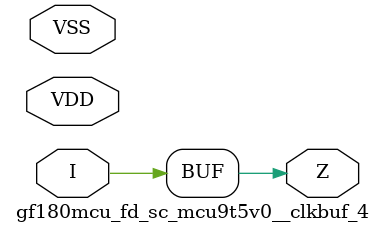
<source format=v>

module gf180mcu_fd_sc_mcu9t5v0__clkbuf_4( I, Z, VDD, VSS );
input I;
inout VDD, VSS;
output Z;

	buf MGM_BG_0( Z, I );

endmodule

</source>
